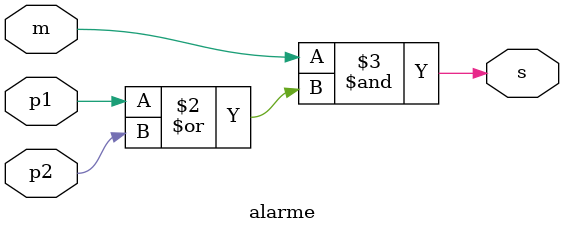
<source format=sv>
module alarme (input logic p1, p2, m, output logic s);
    always_comb s <= m & (p1 | p2);

    
endmodule
</source>
